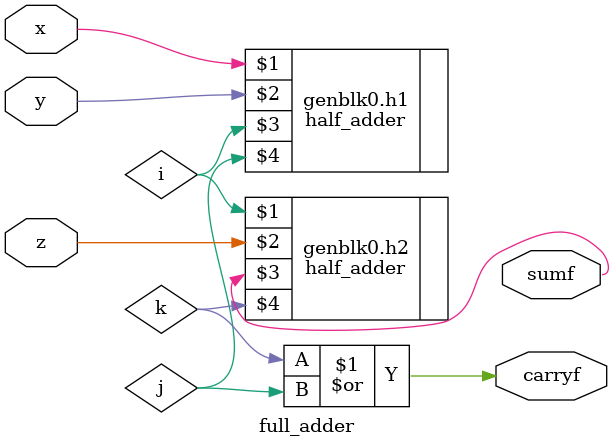
<source format=v>
`timescale 1ns / 1ps
module full_adder(input x,input y,input z,output sumf,output carryf);
wire i,j,k;
begin
half_adder h1(x,y,i,j);
half_adder h2(i,z,sumf,k);
or (carryf,k,j);
end
endmodule

</source>
